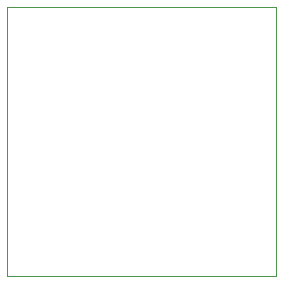
<source format=gbr>
%TF.GenerationSoftware,KiCad,Pcbnew,(5.1.9)-1*%
%TF.CreationDate,2021-10-25T22:56:29-04:00*%
%TF.ProjectId,ESP backpack,45535020-6261-4636-9b70-61636b2e6b69,rev?*%
%TF.SameCoordinates,Original*%
%TF.FileFunction,OtherDrawing,Comment*%
%FSLAX46Y46*%
G04 Gerber Fmt 4.6, Leading zero omitted, Abs format (unit mm)*
G04 Created by KiCad (PCBNEW (5.1.9)-1) date 2021-10-25 22:56:29*
%MOMM*%
%LPD*%
G01*
G04 APERTURE LIST*
%ADD10C,0.100000*%
G04 APERTURE END LIST*
D10*
%TO.C,U1*%
X38620000Y-40870000D02*
X38620000Y-63630000D01*
X61380000Y-63630000D01*
X61380000Y-40870000D01*
X38620000Y-40870000D01*
%TD*%
M02*

</source>
